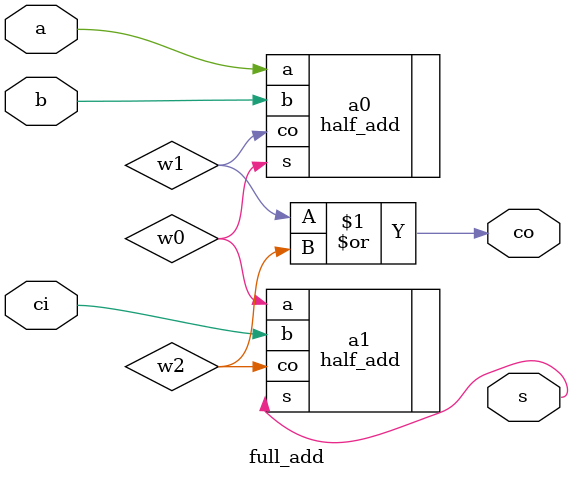
<source format=v>
`timescale 1ns/1ns

module full_add(a, b, ci, co, s); /* moduleの定義開始 */
	input  a, b, ci;              /* input port */
	output co, s;                 /* output port */
	wire   w0, w1, w2;            /* wire */
	
	/* instance文(下位moduleの接続) */
	half_add a0(.a(a),  .b(b),  .co(w1), .s(w0));
	half_add a1(.a(w0), .b(ci), .co(w2), .s(s));
	
	/* assign文(output portの接続) */
	assign co = w1 | w2;
	
endmodule /* moduleの定義終了 */

</source>
